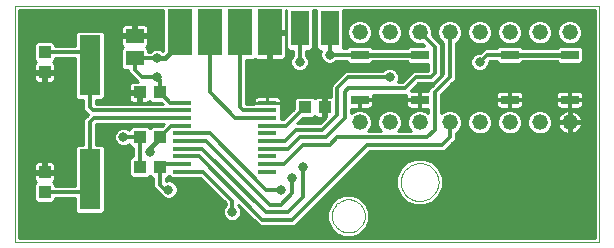
<source format=gtl>
G75*
G70*
%OFA0B0*%
%FSLAX24Y24*%
%IPPOS*%
%LPD*%
%AMOC8*
5,1,8,0,0,1.08239X$1,22.5*
%
%ADD10C,0.0000*%
%ADD11C,0.0520*%
%ADD12R,0.0591X0.0157*%
%ADD13R,0.0700X0.2000*%
%ADD14R,0.0433X0.0394*%
%ADD15R,0.0591X0.0512*%
%ADD16R,0.0394X0.0433*%
%ADD17R,0.0787X0.1575*%
%ADD18R,0.0591X0.1181*%
%ADD19R,0.0600X0.0300*%
%ADD20C,0.0100*%
%ADD21C,0.0317*%
%ADD22C,0.0120*%
%ADD23C,0.0160*%
D10*
X000282Y000282D02*
X000282Y008152D01*
X019774Y008152D01*
X019774Y000282D01*
X000282Y000282D01*
X010856Y001157D02*
X010858Y001204D01*
X010864Y001250D01*
X010874Y001296D01*
X010887Y001341D01*
X010905Y001384D01*
X010926Y001426D01*
X010950Y001466D01*
X010978Y001503D01*
X011009Y001538D01*
X011043Y001571D01*
X011079Y001600D01*
X011118Y001626D01*
X011159Y001649D01*
X011202Y001668D01*
X011246Y001684D01*
X011291Y001696D01*
X011337Y001704D01*
X011384Y001708D01*
X011430Y001708D01*
X011477Y001704D01*
X011523Y001696D01*
X011568Y001684D01*
X011612Y001668D01*
X011655Y001649D01*
X011696Y001626D01*
X011735Y001600D01*
X011771Y001571D01*
X011805Y001538D01*
X011836Y001503D01*
X011864Y001466D01*
X011888Y001426D01*
X011909Y001384D01*
X011927Y001341D01*
X011940Y001296D01*
X011950Y001250D01*
X011956Y001204D01*
X011958Y001157D01*
X011956Y001110D01*
X011950Y001064D01*
X011940Y001018D01*
X011927Y000973D01*
X011909Y000930D01*
X011888Y000888D01*
X011864Y000848D01*
X011836Y000811D01*
X011805Y000776D01*
X011771Y000743D01*
X011735Y000714D01*
X011696Y000688D01*
X011655Y000665D01*
X011612Y000646D01*
X011568Y000630D01*
X011523Y000618D01*
X011477Y000610D01*
X011430Y000606D01*
X011384Y000606D01*
X011337Y000610D01*
X011291Y000618D01*
X011246Y000630D01*
X011202Y000646D01*
X011159Y000665D01*
X011118Y000688D01*
X011079Y000714D01*
X011043Y000743D01*
X011009Y000776D01*
X010978Y000811D01*
X010950Y000848D01*
X010926Y000888D01*
X010905Y000930D01*
X010887Y000973D01*
X010874Y001018D01*
X010864Y001064D01*
X010858Y001110D01*
X010856Y001157D01*
X013152Y002282D02*
X013154Y002332D01*
X013160Y002382D01*
X013170Y002431D01*
X013184Y002479D01*
X013201Y002526D01*
X013222Y002571D01*
X013247Y002615D01*
X013275Y002656D01*
X013307Y002695D01*
X013341Y002732D01*
X013378Y002766D01*
X013418Y002796D01*
X013460Y002823D01*
X013504Y002847D01*
X013550Y002868D01*
X013597Y002884D01*
X013645Y002897D01*
X013695Y002906D01*
X013744Y002911D01*
X013795Y002912D01*
X013845Y002909D01*
X013894Y002902D01*
X013943Y002891D01*
X013991Y002876D01*
X014037Y002858D01*
X014082Y002836D01*
X014125Y002810D01*
X014166Y002781D01*
X014205Y002749D01*
X014241Y002714D01*
X014273Y002676D01*
X014303Y002636D01*
X014330Y002593D01*
X014353Y002549D01*
X014372Y002503D01*
X014388Y002455D01*
X014400Y002406D01*
X014408Y002357D01*
X014412Y002307D01*
X014412Y002257D01*
X014408Y002207D01*
X014400Y002158D01*
X014388Y002109D01*
X014372Y002061D01*
X014353Y002015D01*
X014330Y001971D01*
X014303Y001928D01*
X014273Y001888D01*
X014241Y001850D01*
X014205Y001815D01*
X014166Y001783D01*
X014125Y001754D01*
X014082Y001728D01*
X014037Y001706D01*
X013991Y001688D01*
X013943Y001673D01*
X013894Y001662D01*
X013845Y001655D01*
X013795Y001652D01*
X013744Y001653D01*
X013695Y001658D01*
X013645Y001667D01*
X013597Y001680D01*
X013550Y001696D01*
X013504Y001717D01*
X013460Y001741D01*
X013418Y001768D01*
X013378Y001798D01*
X013341Y001832D01*
X013307Y001869D01*
X013275Y001908D01*
X013247Y001949D01*
X013222Y001993D01*
X013201Y002038D01*
X013184Y002085D01*
X013170Y002133D01*
X013160Y002182D01*
X013154Y002232D01*
X013152Y002282D01*
D11*
X012782Y004282D03*
X011782Y004282D03*
X013782Y004282D03*
X014782Y004282D03*
X015782Y004282D03*
X016782Y004282D03*
X017782Y004282D03*
X018782Y004282D03*
X018782Y007282D03*
X017782Y007282D03*
X016782Y007282D03*
X015782Y007282D03*
X014782Y007282D03*
X013782Y007282D03*
X012782Y007282D03*
X011782Y007282D03*
D12*
X008709Y004934D03*
X008709Y004678D03*
X008709Y004422D03*
X008709Y004166D03*
X008709Y003910D03*
X008709Y003654D03*
X008709Y003398D03*
X008709Y003142D03*
X008709Y002887D03*
X008709Y002631D03*
X005855Y002631D03*
X005855Y002887D03*
X005855Y003142D03*
X005855Y003398D03*
X005855Y003654D03*
X005855Y003910D03*
X005855Y004166D03*
X005855Y004422D03*
X005855Y004678D03*
X005855Y004934D03*
D13*
X002782Y006182D03*
X002782Y002382D03*
D14*
X004448Y005282D03*
X005117Y005282D03*
X009948Y004782D03*
X010617Y004782D03*
D15*
X004282Y006408D03*
X004282Y007156D03*
D16*
X001282Y006617D03*
X001282Y005948D03*
X004448Y003782D03*
X005117Y003782D03*
X005117Y002782D03*
X004448Y002782D03*
X001282Y002617D03*
X001282Y001948D03*
D17*
X005782Y007282D03*
X006782Y007282D03*
X007782Y007282D03*
X008782Y007282D03*
D18*
X009782Y007407D03*
X010782Y007407D03*
D19*
X011782Y006532D03*
X013782Y006532D03*
X016782Y006532D03*
X018782Y006532D03*
X018782Y005032D03*
X016782Y005032D03*
X013782Y005032D03*
X011782Y005032D03*
D20*
X011807Y005012D02*
X013757Y005012D01*
X013757Y005007D02*
X013332Y005007D01*
X013332Y004862D01*
X013342Y004824D01*
X013362Y004790D01*
X013390Y004762D01*
X013424Y004742D01*
X013462Y004732D01*
X013757Y004732D01*
X013757Y005007D01*
X013807Y005007D01*
X013807Y004732D01*
X014072Y004732D01*
X014072Y004572D01*
X014014Y004630D01*
X013864Y004692D01*
X013701Y004692D01*
X013550Y004630D01*
X013435Y004514D01*
X013372Y004364D01*
X013372Y004201D01*
X013435Y004050D01*
X013492Y003992D01*
X013072Y003992D01*
X013130Y004050D01*
X013192Y004201D01*
X013192Y004364D01*
X013130Y004514D01*
X013014Y004630D01*
X012864Y004692D01*
X012701Y004692D01*
X012550Y004630D01*
X012435Y004514D01*
X012372Y004364D01*
X012372Y004201D01*
X012435Y004050D01*
X012492Y003992D01*
X012072Y003992D01*
X012130Y004050D01*
X012192Y004201D01*
X012192Y004364D01*
X012130Y004514D01*
X012014Y004630D01*
X011864Y004692D01*
X011701Y004692D01*
X011550Y004630D01*
X011492Y004572D01*
X011492Y004732D01*
X011757Y004732D01*
X011757Y005007D01*
X011807Y005007D01*
X011807Y004732D01*
X012102Y004732D01*
X012140Y004742D01*
X012174Y004762D01*
X012202Y004790D01*
X012222Y004824D01*
X012232Y004862D01*
X012232Y005007D01*
X011807Y005007D01*
X011807Y005057D01*
X012232Y005057D01*
X012232Y005197D01*
X013195Y005197D01*
X013332Y005197D01*
X013332Y005057D01*
X013757Y005057D01*
X013757Y005007D01*
X013757Y005057D02*
X013757Y005332D01*
X013504Y005332D01*
X013744Y005572D01*
X014070Y005572D01*
X014244Y005572D01*
X014492Y005820D01*
X014492Y005994D01*
X014492Y006695D01*
X014492Y006869D01*
X014183Y007178D01*
X014192Y007201D01*
X014192Y007364D01*
X014130Y007514D01*
X014014Y007630D01*
X013864Y007692D01*
X013701Y007692D01*
X013550Y007630D01*
X013435Y007514D01*
X013372Y007364D01*
X013372Y007201D01*
X013435Y007050D01*
X013550Y006935D01*
X013701Y006872D01*
X013864Y006872D01*
X013886Y006881D01*
X013935Y006832D01*
X013420Y006832D01*
X013350Y006762D01*
X012214Y006762D01*
X012144Y006832D01*
X011420Y006832D01*
X011332Y006744D01*
X011332Y006742D01*
X011215Y006742D01*
X011227Y006754D01*
X011227Y008002D01*
X019624Y008002D01*
X019624Y000432D01*
X000432Y000432D01*
X000432Y008002D01*
X005239Y008002D01*
X005239Y006689D01*
X005213Y006663D01*
X005207Y006669D01*
X005094Y006716D01*
X004971Y006716D01*
X004857Y006669D01*
X004807Y006618D01*
X004727Y006618D01*
X004727Y006726D01*
X004671Y006782D01*
X004697Y006808D01*
X004717Y006842D01*
X004727Y006881D01*
X004727Y007106D01*
X004332Y007106D01*
X004332Y007206D01*
X004727Y007206D01*
X004727Y007432D01*
X004717Y007470D01*
X004697Y007504D01*
X004670Y007532D01*
X004635Y007552D01*
X004597Y007562D01*
X004332Y007562D01*
X004332Y007206D01*
X004232Y007206D01*
X004232Y007106D01*
X003837Y007106D01*
X003837Y006881D01*
X003847Y006842D01*
X003867Y006808D01*
X003893Y006782D01*
X003837Y006726D01*
X003837Y006090D01*
X003925Y006002D01*
X004072Y006002D01*
X004072Y005945D01*
X004195Y005822D01*
X004388Y005629D01*
X004211Y005629D01*
X004173Y005619D01*
X004139Y005599D01*
X004111Y005571D01*
X004091Y005537D01*
X004081Y005499D01*
X004081Y005331D01*
X004399Y005331D01*
X004399Y005234D01*
X004081Y005234D01*
X004081Y005066D01*
X004091Y005027D01*
X004111Y004993D01*
X004139Y004965D01*
X004173Y004946D01*
X004211Y004935D01*
X004399Y004935D01*
X004399Y005234D01*
X004496Y005234D01*
X004496Y004935D01*
X004684Y004935D01*
X004722Y004946D01*
X004756Y004965D01*
X004782Y004991D01*
X004838Y004935D01*
X005167Y004935D01*
X005214Y004888D01*
X002992Y004888D01*
X002992Y005032D01*
X003194Y005032D01*
X003282Y005120D01*
X003282Y007244D01*
X003194Y007332D01*
X002370Y007332D01*
X002282Y007244D01*
X002282Y006827D01*
X001629Y006827D01*
X001629Y006896D01*
X001541Y006983D01*
X002282Y006983D01*
X002282Y006885D02*
X001629Y006885D01*
X001541Y006983D02*
X001023Y006983D01*
X000432Y006983D01*
X000432Y006885D02*
X000935Y006885D01*
X000935Y006896D02*
X000935Y006338D01*
X000991Y006282D01*
X000965Y006256D01*
X000946Y006222D01*
X000935Y006184D01*
X000935Y005996D01*
X001234Y005996D01*
X001234Y005899D01*
X001331Y005899D01*
X001331Y005996D01*
X001629Y005996D01*
X001629Y006184D01*
X001619Y006222D01*
X001599Y006256D01*
X001573Y006282D01*
X001629Y006338D01*
X001629Y006407D01*
X002282Y006407D01*
X002282Y005120D01*
X002370Y005032D01*
X002572Y005032D01*
X002572Y004695D01*
X002695Y004572D01*
X002735Y004532D01*
X002695Y004492D01*
X002572Y004369D01*
X002572Y003532D01*
X002370Y003532D01*
X002282Y003444D01*
X002282Y002158D01*
X001629Y002158D01*
X001629Y002226D01*
X001573Y002282D01*
X001599Y002308D01*
X001619Y002342D01*
X001629Y002381D01*
X001629Y002568D01*
X001331Y002568D01*
X001331Y002665D01*
X001629Y002665D01*
X001629Y002853D01*
X001619Y002891D01*
X001599Y002925D01*
X001571Y002953D01*
X001537Y002973D01*
X001499Y002983D01*
X001331Y002983D01*
X001331Y002666D01*
X001234Y002666D01*
X001234Y002983D01*
X001066Y002983D01*
X001027Y002973D01*
X000993Y002953D01*
X000965Y002925D01*
X000946Y002891D01*
X000935Y002853D01*
X000935Y002665D01*
X001234Y002665D01*
X001234Y002568D01*
X000935Y002568D01*
X000935Y002381D01*
X000946Y002342D01*
X000965Y002308D01*
X000991Y002282D01*
X000935Y002226D01*
X000935Y001669D01*
X001023Y001581D01*
X001541Y001581D01*
X001629Y001669D01*
X001629Y001738D01*
X002282Y001738D01*
X002282Y001320D01*
X002370Y001232D01*
X003194Y001232D01*
X003282Y001320D01*
X003282Y003444D01*
X003194Y003532D01*
X002992Y003532D01*
X002992Y004195D01*
X003009Y004212D01*
X005250Y004212D01*
X005186Y004149D01*
X004858Y004149D01*
X004782Y004073D01*
X004707Y004149D01*
X004189Y004149D01*
X004101Y004061D01*
X004101Y004025D01*
X004082Y004044D01*
X003969Y004091D01*
X003846Y004091D01*
X003732Y004044D01*
X003646Y003957D01*
X003599Y003844D01*
X003599Y003721D01*
X003646Y003607D01*
X003732Y003521D01*
X003846Y003474D01*
X003969Y003474D01*
X004082Y003521D01*
X004101Y003540D01*
X004101Y003504D01*
X004189Y003416D01*
X004238Y003416D01*
X004238Y003149D01*
X004189Y003149D01*
X004101Y003061D01*
X004101Y002504D01*
X004189Y002416D01*
X004707Y002416D01*
X004782Y002491D01*
X004858Y002416D01*
X004907Y002416D01*
X004907Y002285D01*
X004907Y002111D01*
X005136Y001882D01*
X005146Y001857D01*
X005232Y001771D01*
X005346Y001724D01*
X005469Y001724D01*
X005582Y001771D01*
X005669Y001857D01*
X005716Y001971D01*
X005716Y002094D01*
X005669Y002207D01*
X005582Y002294D01*
X005469Y002341D01*
X005346Y002341D01*
X005327Y002333D01*
X005327Y002416D01*
X005376Y002416D01*
X005430Y002470D01*
X005498Y002402D01*
X006212Y002402D01*
X006231Y002421D01*
X006472Y002421D01*
X007322Y001570D01*
X007322Y001508D01*
X007271Y001457D01*
X007224Y001344D01*
X007224Y001221D01*
X007271Y001107D01*
X007357Y001021D01*
X007471Y000974D01*
X007594Y000974D01*
X007707Y001021D01*
X007794Y001107D01*
X007841Y001221D01*
X007841Y001344D01*
X007794Y001457D01*
X007742Y001508D01*
X007742Y001525D01*
X008322Y000945D01*
X008445Y000822D01*
X009445Y000822D01*
X009619Y000822D01*
X012119Y003322D01*
X014445Y003322D01*
X014619Y003322D01*
X014869Y003572D01*
X014992Y003695D01*
X014992Y003925D01*
X015014Y003935D01*
X015130Y004050D01*
X015192Y004201D01*
X015192Y004364D01*
X015130Y004514D01*
X015014Y004630D01*
X014864Y004692D01*
X014701Y004692D01*
X014550Y004630D01*
X014492Y004572D01*
X014492Y005195D01*
X014869Y005572D01*
X014992Y005695D01*
X014992Y006925D01*
X015014Y006935D01*
X015130Y007050D01*
X015192Y007201D01*
X015192Y007364D01*
X015130Y007514D01*
X015014Y007630D01*
X014864Y007692D01*
X014701Y007692D01*
X014550Y007630D01*
X014435Y007514D01*
X014372Y007364D01*
X014372Y007201D01*
X014435Y007050D01*
X014550Y006935D01*
X014572Y006925D01*
X014572Y005869D01*
X014195Y005492D01*
X014072Y005369D01*
X014072Y005332D01*
X013807Y005332D01*
X013807Y005057D01*
X013757Y005057D01*
X013757Y005111D02*
X013807Y005111D01*
X013807Y005209D02*
X013757Y005209D01*
X013757Y005308D02*
X013807Y005308D01*
X013578Y005406D02*
X014109Y005406D01*
X014208Y005505D02*
X013677Y005505D01*
X013280Y005702D02*
X013083Y005702D01*
X013091Y005721D02*
X013091Y005844D01*
X013044Y005957D01*
X012957Y006044D01*
X012844Y006091D01*
X012721Y006091D01*
X012607Y006044D01*
X012556Y005992D01*
X011320Y005992D01*
X011197Y005869D01*
X010822Y005494D01*
X010822Y005320D01*
X010822Y005129D01*
X010665Y005129D01*
X010665Y004831D01*
X010568Y004831D01*
X010568Y005129D01*
X010381Y005129D01*
X010342Y005119D01*
X010308Y005099D01*
X010282Y005073D01*
X010226Y005129D01*
X009669Y005129D01*
X009581Y005041D01*
X009581Y004713D01*
X009244Y004376D01*
X009155Y004376D01*
X009155Y004537D01*
X009155Y004819D01*
X009151Y004822D01*
X009155Y004835D01*
X009155Y004934D01*
X009155Y005032D01*
X009144Y005070D01*
X009125Y005105D01*
X009097Y005133D01*
X009063Y005152D01*
X009024Y005162D01*
X008710Y005162D01*
X008710Y004934D01*
X009155Y004934D01*
X008710Y004934D01*
X008710Y004934D01*
X008709Y004934D01*
X008709Y004934D01*
X008264Y004934D01*
X008264Y005032D01*
X008274Y005070D01*
X008294Y005105D01*
X008322Y005133D01*
X008356Y005152D01*
X008394Y005162D01*
X008709Y005162D01*
X008709Y004934D01*
X008264Y004934D01*
X008264Y004888D01*
X007992Y004888D01*
X007992Y006345D01*
X008238Y006345D01*
X008282Y006389D01*
X008296Y006375D01*
X008331Y006355D01*
X008369Y006345D01*
X008732Y006345D01*
X008732Y007232D01*
X008832Y007232D01*
X008832Y006345D01*
X009196Y006345D01*
X009234Y006355D01*
X009268Y006375D01*
X009296Y006403D01*
X009316Y006437D01*
X009326Y006475D01*
X009326Y007232D01*
X008832Y007232D01*
X008832Y007332D01*
X009326Y007332D01*
X009326Y008002D01*
X009337Y008002D01*
X009337Y006754D01*
X009425Y006667D01*
X009572Y006667D01*
X009572Y006508D01*
X009521Y006457D01*
X009474Y006344D01*
X009474Y006221D01*
X009521Y006107D01*
X009607Y006021D01*
X009721Y005974D01*
X009844Y005974D01*
X009957Y006021D01*
X010044Y006107D01*
X010091Y006221D01*
X010091Y006344D01*
X010044Y006457D01*
X009992Y006508D01*
X009992Y006667D01*
X010140Y006667D01*
X010227Y006754D01*
X010227Y008002D01*
X010337Y008002D01*
X010337Y006754D01*
X010425Y006667D01*
X010504Y006667D01*
X010474Y006594D01*
X010474Y006471D01*
X010521Y006357D01*
X010607Y006271D01*
X010721Y006224D01*
X010844Y006224D01*
X010957Y006271D01*
X011008Y006322D01*
X011332Y006322D01*
X011332Y006320D01*
X011420Y006232D01*
X012144Y006232D01*
X012214Y006302D01*
X013350Y006302D01*
X013420Y006232D01*
X014072Y006232D01*
X014072Y005994D01*
X014070Y005992D01*
X013570Y005992D01*
X013447Y005869D01*
X013195Y005617D01*
X013048Y005617D01*
X013091Y005721D01*
X013091Y005801D02*
X013379Y005801D01*
X013477Y005899D02*
X013068Y005899D01*
X013003Y005998D02*
X014072Y005998D01*
X014072Y006096D02*
X010032Y006096D01*
X010080Y006195D02*
X014072Y006195D01*
X014492Y006195D02*
X014572Y006195D01*
X014572Y006293D02*
X014492Y006293D01*
X014492Y006392D02*
X014572Y006392D01*
X014572Y006490D02*
X014492Y006490D01*
X014492Y006589D02*
X014572Y006589D01*
X014572Y006688D02*
X014492Y006688D01*
X014492Y006786D02*
X014572Y006786D01*
X014572Y006885D02*
X014477Y006885D01*
X014501Y006983D02*
X014378Y006983D01*
X014421Y007082D02*
X014280Y007082D01*
X014184Y007180D02*
X014381Y007180D01*
X014372Y007279D02*
X014192Y007279D01*
X014187Y007377D02*
X014378Y007377D01*
X014419Y007476D02*
X014146Y007476D01*
X014070Y007574D02*
X014495Y007574D01*
X014654Y007673D02*
X013910Y007673D01*
X013654Y007673D02*
X012910Y007673D01*
X012864Y007692D02*
X013014Y007630D01*
X013130Y007514D01*
X013192Y007364D01*
X013192Y007201D01*
X013130Y007050D01*
X013014Y006935D01*
X012864Y006872D01*
X012701Y006872D01*
X012550Y006935D01*
X012435Y007050D01*
X012372Y007201D01*
X012372Y007364D01*
X012435Y007514D01*
X012550Y007630D01*
X012701Y007692D01*
X012864Y007692D01*
X012654Y007673D02*
X011910Y007673D01*
X011864Y007692D02*
X012014Y007630D01*
X012130Y007514D01*
X012192Y007364D01*
X012192Y007201D01*
X012130Y007050D01*
X012014Y006935D01*
X011864Y006872D01*
X011701Y006872D01*
X011550Y006935D01*
X011435Y007050D01*
X011372Y007201D01*
X011372Y007364D01*
X011435Y007514D01*
X011550Y007630D01*
X011701Y007692D01*
X011864Y007692D01*
X011654Y007673D02*
X011227Y007673D01*
X011227Y007574D02*
X011495Y007574D01*
X011419Y007476D02*
X011227Y007476D01*
X011227Y007377D02*
X011378Y007377D01*
X011372Y007279D02*
X011227Y007279D01*
X011227Y007180D02*
X011381Y007180D01*
X011421Y007082D02*
X011227Y007082D01*
X011227Y006983D02*
X011501Y006983D01*
X011671Y006885D02*
X011227Y006885D01*
X011227Y006786D02*
X011374Y006786D01*
X011894Y006885D02*
X012671Y006885D01*
X012501Y006983D02*
X012063Y006983D01*
X012143Y007082D02*
X012421Y007082D01*
X012381Y007180D02*
X012184Y007180D01*
X012192Y007279D02*
X012372Y007279D01*
X012378Y007377D02*
X012187Y007377D01*
X012146Y007476D02*
X012419Y007476D01*
X012495Y007574D02*
X012070Y007574D01*
X011227Y007771D02*
X019624Y007771D01*
X019624Y007870D02*
X011227Y007870D01*
X011227Y007969D02*
X019624Y007969D01*
X019014Y007630D02*
X018864Y007692D01*
X018701Y007692D01*
X018550Y007630D01*
X018435Y007514D01*
X018372Y007364D01*
X018372Y007201D01*
X018435Y007050D01*
X018550Y006935D01*
X018701Y006872D01*
X018864Y006872D01*
X019014Y006935D01*
X019130Y007050D01*
X019192Y007201D01*
X019192Y007364D01*
X019130Y007514D01*
X019014Y007630D01*
X019070Y007574D02*
X019624Y007574D01*
X019624Y007476D02*
X019146Y007476D01*
X019187Y007377D02*
X019624Y007377D01*
X019624Y007279D02*
X019192Y007279D01*
X019184Y007180D02*
X019624Y007180D01*
X019624Y007082D02*
X019143Y007082D01*
X019063Y006983D02*
X019624Y006983D01*
X019624Y006885D02*
X018894Y006885D01*
X018671Y006885D02*
X017894Y006885D01*
X017864Y006872D02*
X018014Y006935D01*
X018130Y007050D01*
X018192Y007201D01*
X018192Y007364D01*
X018130Y007514D01*
X018014Y007630D01*
X017864Y007692D01*
X017701Y007692D01*
X017550Y007630D01*
X017435Y007514D01*
X017372Y007364D01*
X017372Y007201D01*
X017435Y007050D01*
X017550Y006935D01*
X017701Y006872D01*
X017864Y006872D01*
X017671Y006885D02*
X016894Y006885D01*
X016864Y006872D02*
X017014Y006935D01*
X017130Y007050D01*
X017192Y007201D01*
X017192Y007364D01*
X017130Y007514D01*
X017014Y007630D01*
X016864Y007692D01*
X016701Y007692D01*
X016550Y007630D01*
X016435Y007514D01*
X016372Y007364D01*
X016372Y007201D01*
X016435Y007050D01*
X016550Y006935D01*
X016701Y006872D01*
X016864Y006872D01*
X016671Y006885D02*
X015894Y006885D01*
X015864Y006872D02*
X016014Y006935D01*
X016130Y007050D01*
X016192Y007201D01*
X016192Y007364D01*
X016130Y007514D01*
X016014Y007630D01*
X015864Y007692D01*
X015701Y007692D01*
X015550Y007630D01*
X015435Y007514D01*
X015372Y007364D01*
X015372Y007201D01*
X015435Y007050D01*
X015550Y006935D01*
X015701Y006872D01*
X015864Y006872D01*
X015671Y006885D02*
X014992Y006885D01*
X014992Y006786D02*
X016374Y006786D01*
X016332Y006744D02*
X016332Y006742D01*
X016119Y006742D01*
X015945Y006742D01*
X015794Y006591D01*
X015721Y006591D01*
X015607Y006544D01*
X015521Y006457D01*
X015474Y006344D01*
X015474Y006221D01*
X015521Y006107D01*
X015607Y006021D01*
X015721Y005974D01*
X015844Y005974D01*
X015957Y006021D01*
X016044Y006107D01*
X016091Y006221D01*
X016091Y006294D01*
X016119Y006322D01*
X016332Y006322D01*
X016332Y006320D01*
X016420Y006232D01*
X017144Y006232D01*
X017214Y006302D01*
X018350Y006302D01*
X018420Y006232D01*
X019144Y006232D01*
X019232Y006320D01*
X019232Y006744D01*
X019144Y006832D01*
X018420Y006832D01*
X018350Y006762D01*
X017214Y006762D01*
X017144Y006832D01*
X016420Y006832D01*
X016332Y006744D01*
X015891Y006688D02*
X014992Y006688D01*
X014992Y006589D02*
X015717Y006589D01*
X015554Y006490D02*
X014992Y006490D01*
X014992Y006392D02*
X015494Y006392D01*
X015474Y006293D02*
X014992Y006293D01*
X014992Y006195D02*
X015485Y006195D01*
X015532Y006096D02*
X014992Y006096D01*
X014992Y005998D02*
X015663Y005998D01*
X015901Y005998D02*
X019624Y005998D01*
X019624Y006096D02*
X016032Y006096D01*
X016080Y006195D02*
X019624Y006195D01*
X019624Y006293D02*
X019205Y006293D01*
X019232Y006392D02*
X019624Y006392D01*
X019624Y006490D02*
X019232Y006490D01*
X019232Y006589D02*
X019624Y006589D01*
X019624Y006688D02*
X019232Y006688D01*
X019190Y006786D02*
X019624Y006786D01*
X018501Y006983D02*
X018063Y006983D01*
X018143Y007082D02*
X018421Y007082D01*
X018381Y007180D02*
X018184Y007180D01*
X018192Y007279D02*
X018372Y007279D01*
X018378Y007377D02*
X018187Y007377D01*
X018146Y007476D02*
X018419Y007476D01*
X018495Y007574D02*
X018070Y007574D01*
X017910Y007673D02*
X018654Y007673D01*
X018910Y007673D02*
X019624Y007673D01*
X018374Y006786D02*
X017190Y006786D01*
X017063Y006983D02*
X017501Y006983D01*
X017421Y007082D02*
X017143Y007082D01*
X017184Y007180D02*
X017381Y007180D01*
X017372Y007279D02*
X017192Y007279D01*
X017187Y007377D02*
X017378Y007377D01*
X017419Y007476D02*
X017146Y007476D01*
X017070Y007574D02*
X017495Y007574D01*
X017654Y007673D02*
X016910Y007673D01*
X016654Y007673D02*
X015910Y007673D01*
X016070Y007574D02*
X016495Y007574D01*
X016419Y007476D02*
X016146Y007476D01*
X016187Y007377D02*
X016378Y007377D01*
X016372Y007279D02*
X016192Y007279D01*
X016184Y007180D02*
X016381Y007180D01*
X016421Y007082D02*
X016143Y007082D01*
X016063Y006983D02*
X016501Y006983D01*
X015501Y006983D02*
X015063Y006983D01*
X015143Y007082D02*
X015421Y007082D01*
X015381Y007180D02*
X015184Y007180D01*
X015192Y007279D02*
X015372Y007279D01*
X015378Y007377D02*
X015187Y007377D01*
X015146Y007476D02*
X015419Y007476D01*
X015495Y007574D02*
X015070Y007574D01*
X014910Y007673D02*
X015654Y007673D01*
X013671Y006885D02*
X012894Y006885D01*
X013063Y006983D02*
X013501Y006983D01*
X013421Y007082D02*
X013143Y007082D01*
X013184Y007180D02*
X013381Y007180D01*
X013372Y007279D02*
X013192Y007279D01*
X013187Y007377D02*
X013378Y007377D01*
X013419Y007476D02*
X013146Y007476D01*
X013070Y007574D02*
X013495Y007574D01*
X013374Y006786D02*
X012190Y006786D01*
X012205Y006293D02*
X013359Y006293D01*
X012562Y005998D02*
X009901Y005998D01*
X009663Y005998D02*
X007992Y005998D01*
X007992Y006096D02*
X009532Y006096D01*
X009485Y006195D02*
X007992Y006195D01*
X007992Y006293D02*
X009474Y006293D01*
X009494Y006392D02*
X009285Y006392D01*
X009326Y006490D02*
X009554Y006490D01*
X009572Y006589D02*
X009326Y006589D01*
X009326Y006688D02*
X009404Y006688D01*
X009337Y006786D02*
X009326Y006786D01*
X009326Y006885D02*
X009337Y006885D01*
X009326Y006983D02*
X009337Y006983D01*
X009326Y007082D02*
X009337Y007082D01*
X009326Y007180D02*
X009337Y007180D01*
X009337Y007279D02*
X008832Y007279D01*
X008832Y007180D02*
X008732Y007180D01*
X008732Y007082D02*
X008832Y007082D01*
X008832Y006983D02*
X008732Y006983D01*
X008732Y006885D02*
X008832Y006885D01*
X008832Y006786D02*
X008732Y006786D01*
X008732Y006688D02*
X008832Y006688D01*
X008832Y006589D02*
X008732Y006589D01*
X008732Y006490D02*
X008832Y006490D01*
X008832Y006392D02*
X008732Y006392D01*
X007992Y005899D02*
X011227Y005899D01*
X011129Y005801D02*
X007992Y005801D01*
X007992Y005702D02*
X011030Y005702D01*
X010932Y005604D02*
X007992Y005604D01*
X007992Y005505D02*
X010833Y005505D01*
X010822Y005406D02*
X007992Y005406D01*
X007992Y005308D02*
X010822Y005308D01*
X010822Y005209D02*
X007992Y005209D01*
X007992Y005111D02*
X008300Y005111D01*
X008264Y005012D02*
X007992Y005012D01*
X007992Y004914D02*
X008264Y004914D01*
X008709Y005012D02*
X008710Y005012D01*
X008709Y005111D02*
X008710Y005111D01*
X009118Y005111D02*
X009651Y005111D01*
X009581Y005012D02*
X009155Y005012D01*
X009155Y004914D02*
X009581Y004914D01*
X009581Y004815D02*
X009155Y004815D01*
X009155Y004717D02*
X009581Y004717D01*
X009486Y004618D02*
X009155Y004618D01*
X009155Y004520D02*
X009388Y004520D01*
X009289Y004421D02*
X009155Y004421D01*
X009704Y004242D02*
X009898Y004435D01*
X010226Y004435D01*
X010282Y004491D01*
X010308Y004465D01*
X010342Y004446D01*
X010381Y004435D01*
X010568Y004435D01*
X010568Y004734D01*
X010665Y004734D01*
X010665Y004462D01*
X010445Y004242D01*
X009704Y004242D01*
X009785Y004322D02*
X010526Y004322D01*
X010624Y004421D02*
X009883Y004421D01*
X010568Y004520D02*
X010665Y004520D01*
X010665Y004618D02*
X010568Y004618D01*
X010568Y004717D02*
X010665Y004717D01*
X010665Y004914D02*
X010568Y004914D01*
X010568Y005012D02*
X010665Y005012D01*
X010665Y005111D02*
X010568Y005111D01*
X010329Y005111D02*
X010244Y005111D01*
X011492Y004717D02*
X014072Y004717D01*
X014072Y004618D02*
X014026Y004618D01*
X013538Y004618D02*
X013026Y004618D01*
X013125Y004520D02*
X013440Y004520D01*
X013396Y004421D02*
X013168Y004421D01*
X013192Y004322D02*
X013372Y004322D01*
X013372Y004224D02*
X013192Y004224D01*
X013161Y004125D02*
X013403Y004125D01*
X013458Y004027D02*
X013107Y004027D01*
X012458Y004027D02*
X012107Y004027D01*
X012161Y004125D02*
X012403Y004125D01*
X012372Y004224D02*
X012192Y004224D01*
X012192Y004322D02*
X012372Y004322D01*
X012396Y004421D02*
X012168Y004421D01*
X012125Y004520D02*
X012440Y004520D01*
X012538Y004618D02*
X012026Y004618D01*
X011538Y004618D02*
X011492Y004618D01*
X011757Y004815D02*
X011807Y004815D01*
X011807Y004914D02*
X011757Y004914D01*
X012217Y004815D02*
X013348Y004815D01*
X013332Y004914D02*
X012232Y004914D01*
X012232Y005111D02*
X013332Y005111D01*
X013757Y004914D02*
X013807Y004914D01*
X013807Y004815D02*
X013757Y004815D01*
X014492Y004815D02*
X016348Y004815D01*
X016342Y004824D02*
X016362Y004790D01*
X016390Y004762D01*
X016424Y004742D01*
X016462Y004732D01*
X016757Y004732D01*
X016757Y005007D01*
X016807Y005007D01*
X016807Y004732D01*
X017102Y004732D01*
X017140Y004742D01*
X017174Y004762D01*
X017202Y004790D01*
X017222Y004824D01*
X017232Y004862D01*
X017232Y005007D01*
X016807Y005007D01*
X016807Y005057D01*
X016757Y005057D01*
X016757Y005007D01*
X016332Y005007D01*
X016332Y004862D01*
X016342Y004824D01*
X016332Y004914D02*
X014492Y004914D01*
X014492Y005012D02*
X016757Y005012D01*
X016757Y005057D02*
X016332Y005057D01*
X016332Y005202D01*
X016342Y005240D01*
X016362Y005274D01*
X016390Y005302D01*
X016424Y005322D01*
X016462Y005332D01*
X016757Y005332D01*
X016757Y005057D01*
X016807Y005057D02*
X016807Y005332D01*
X017102Y005332D01*
X017140Y005322D01*
X017174Y005302D01*
X017202Y005274D01*
X017222Y005240D01*
X017232Y005202D01*
X017232Y005057D01*
X016807Y005057D01*
X016807Y005012D02*
X018757Y005012D01*
X018757Y005007D02*
X018332Y005007D01*
X018332Y004862D01*
X018342Y004824D01*
X018362Y004790D01*
X018390Y004762D01*
X018424Y004742D01*
X018462Y004732D01*
X018757Y004732D01*
X018757Y005007D01*
X018807Y005007D01*
X018807Y004732D01*
X019102Y004732D01*
X019140Y004742D01*
X019174Y004762D01*
X019202Y004790D01*
X019222Y004824D01*
X019232Y004862D01*
X019232Y005007D01*
X018807Y005007D01*
X018807Y005057D01*
X018757Y005057D01*
X018757Y005007D01*
X018757Y005057D02*
X018332Y005057D01*
X018332Y005202D01*
X018342Y005240D01*
X018362Y005274D01*
X018390Y005302D01*
X018424Y005322D01*
X018462Y005332D01*
X018757Y005332D01*
X018757Y005057D01*
X018807Y005057D02*
X018807Y005332D01*
X019102Y005332D01*
X019140Y005322D01*
X019174Y005302D01*
X019202Y005274D01*
X019222Y005240D01*
X019232Y005202D01*
X019232Y005057D01*
X018807Y005057D01*
X018807Y005012D02*
X019624Y005012D01*
X019624Y004914D02*
X019232Y004914D01*
X019217Y004815D02*
X019624Y004815D01*
X019624Y004717D02*
X014492Y004717D01*
X014492Y004618D02*
X014538Y004618D01*
X015026Y004618D02*
X015538Y004618D01*
X015550Y004630D02*
X015435Y004514D01*
X015372Y004364D01*
X015372Y004201D01*
X015435Y004050D01*
X015550Y003935D01*
X015701Y003872D01*
X015864Y003872D01*
X016014Y003935D01*
X016130Y004050D01*
X016192Y004201D01*
X016192Y004364D01*
X016130Y004514D01*
X016014Y004630D01*
X015864Y004692D01*
X015701Y004692D01*
X015550Y004630D01*
X015440Y004520D02*
X015125Y004520D01*
X015168Y004421D02*
X015396Y004421D01*
X015372Y004322D02*
X015192Y004322D01*
X015192Y004224D02*
X015372Y004224D01*
X015403Y004125D02*
X015161Y004125D01*
X015107Y004027D02*
X015458Y004027D01*
X015565Y003928D02*
X014999Y003928D01*
X014992Y003830D02*
X019624Y003830D01*
X019624Y003928D02*
X018991Y003928D01*
X018997Y003932D02*
X019049Y003969D01*
X019095Y004015D01*
X019133Y004067D01*
X019162Y004125D01*
X019182Y004186D01*
X019192Y004250D01*
X019192Y004252D01*
X018812Y004252D01*
X018812Y003872D01*
X018814Y003872D01*
X018878Y003882D01*
X018940Y003902D01*
X018997Y003932D01*
X019103Y004027D02*
X019624Y004027D01*
X019624Y004125D02*
X019162Y004125D01*
X019188Y004224D02*
X019624Y004224D01*
X019624Y004322D02*
X019191Y004322D01*
X019192Y004314D02*
X019182Y004378D01*
X019162Y004440D01*
X019133Y004497D01*
X019095Y004549D01*
X019049Y004595D01*
X018997Y004633D01*
X018940Y004662D01*
X018878Y004682D01*
X018814Y004692D01*
X018812Y004692D01*
X018812Y004312D01*
X018752Y004312D01*
X018752Y004252D01*
X018372Y004252D01*
X018372Y004250D01*
X018382Y004186D01*
X018402Y004125D01*
X018432Y004067D01*
X018469Y004015D01*
X018515Y003969D01*
X018567Y003932D01*
X018625Y003902D01*
X018686Y003882D01*
X018750Y003872D01*
X018752Y003872D01*
X018752Y004252D01*
X018812Y004252D01*
X018812Y004312D01*
X019192Y004312D01*
X019192Y004314D01*
X019168Y004421D02*
X019624Y004421D01*
X019624Y004520D02*
X019117Y004520D01*
X019017Y004618D02*
X019624Y004618D01*
X018812Y004618D02*
X018752Y004618D01*
X018750Y004692D02*
X018686Y004682D01*
X018625Y004662D01*
X018567Y004633D01*
X018515Y004595D01*
X018469Y004549D01*
X018432Y004497D01*
X018402Y004440D01*
X018382Y004378D01*
X018372Y004314D01*
X018372Y004312D01*
X018752Y004312D01*
X018752Y004692D01*
X018750Y004692D01*
X018547Y004618D02*
X018026Y004618D01*
X018014Y004630D02*
X017864Y004692D01*
X017701Y004692D01*
X017550Y004630D01*
X017435Y004514D01*
X017372Y004364D01*
X017372Y004201D01*
X017435Y004050D01*
X017550Y003935D01*
X017701Y003872D01*
X017864Y003872D01*
X018014Y003935D01*
X018130Y004050D01*
X018192Y004201D01*
X018192Y004364D01*
X018130Y004514D01*
X018014Y004630D01*
X018125Y004520D02*
X018448Y004520D01*
X018396Y004421D02*
X018168Y004421D01*
X018192Y004322D02*
X018374Y004322D01*
X018376Y004224D02*
X018192Y004224D01*
X018161Y004125D02*
X018402Y004125D01*
X018461Y004027D02*
X018107Y004027D01*
X017999Y003928D02*
X018574Y003928D01*
X018752Y003928D02*
X018812Y003928D01*
X018812Y004027D02*
X018752Y004027D01*
X018752Y004125D02*
X018812Y004125D01*
X018812Y004224D02*
X018752Y004224D01*
X018752Y004322D02*
X018812Y004322D01*
X018812Y004421D02*
X018752Y004421D01*
X018752Y004520D02*
X018812Y004520D01*
X018807Y004815D02*
X018757Y004815D01*
X018757Y004914D02*
X018807Y004914D01*
X018807Y005111D02*
X018757Y005111D01*
X018757Y005209D02*
X018807Y005209D01*
X018807Y005308D02*
X018757Y005308D01*
X018400Y005308D02*
X017164Y005308D01*
X017230Y005209D02*
X018334Y005209D01*
X018332Y005111D02*
X017232Y005111D01*
X017232Y004914D02*
X018332Y004914D01*
X018348Y004815D02*
X017217Y004815D01*
X017014Y004630D02*
X016864Y004692D01*
X016701Y004692D01*
X016550Y004630D01*
X016435Y004514D01*
X016372Y004364D01*
X016372Y004201D01*
X016435Y004050D01*
X016550Y003935D01*
X016701Y003872D01*
X016864Y003872D01*
X017014Y003935D01*
X017130Y004050D01*
X017192Y004201D01*
X017192Y004364D01*
X017130Y004514D01*
X017014Y004630D01*
X017026Y004618D02*
X017538Y004618D01*
X017440Y004520D02*
X017125Y004520D01*
X017168Y004421D02*
X017396Y004421D01*
X017372Y004322D02*
X017192Y004322D01*
X017192Y004224D02*
X017372Y004224D01*
X017403Y004125D02*
X017161Y004125D01*
X017107Y004027D02*
X017458Y004027D01*
X017565Y003928D02*
X016999Y003928D01*
X016565Y003928D02*
X015999Y003928D01*
X016107Y004027D02*
X016458Y004027D01*
X016403Y004125D02*
X016161Y004125D01*
X016192Y004224D02*
X016372Y004224D01*
X016372Y004322D02*
X016192Y004322D01*
X016168Y004421D02*
X016396Y004421D01*
X016440Y004520D02*
X016125Y004520D01*
X016026Y004618D02*
X016538Y004618D01*
X016757Y004815D02*
X016807Y004815D01*
X016807Y004914D02*
X016757Y004914D01*
X016757Y005111D02*
X016807Y005111D01*
X016807Y005209D02*
X016757Y005209D01*
X016757Y005308D02*
X016807Y005308D01*
X016400Y005308D02*
X014605Y005308D01*
X014506Y005209D02*
X016334Y005209D01*
X016332Y005111D02*
X014492Y005111D01*
X014703Y005406D02*
X019624Y005406D01*
X019624Y005505D02*
X014802Y005505D01*
X014901Y005604D02*
X019624Y005604D01*
X019624Y005702D02*
X014992Y005702D01*
X014992Y005801D02*
X019624Y005801D01*
X019624Y005899D02*
X014992Y005899D01*
X014572Y005899D02*
X014492Y005899D01*
X014504Y005801D02*
X014473Y005801D01*
X014405Y005702D02*
X014374Y005702D01*
X014307Y005604D02*
X014276Y005604D01*
X014492Y005998D02*
X014572Y005998D01*
X014572Y006096D02*
X014492Y006096D01*
X016091Y006293D02*
X016359Y006293D01*
X017205Y006293D02*
X018359Y006293D01*
X019164Y005308D02*
X019624Y005308D01*
X019624Y005209D02*
X019230Y005209D01*
X019232Y005111D02*
X019624Y005111D01*
X019624Y003731D02*
X014992Y003731D01*
X014930Y003633D02*
X019624Y003633D01*
X019624Y003534D02*
X014831Y003534D01*
X014733Y003436D02*
X019624Y003436D01*
X019624Y003337D02*
X014634Y003337D01*
X014224Y002943D02*
X013937Y003062D01*
X013627Y003062D01*
X013340Y002943D01*
X011740Y002943D01*
X011641Y002844D02*
X013241Y002844D01*
X013143Y002746D02*
X011543Y002746D01*
X011444Y002647D02*
X013089Y002647D01*
X013121Y002724D02*
X013002Y002437D01*
X013002Y002127D01*
X013121Y001840D01*
X013340Y001621D01*
X013627Y001502D01*
X013937Y001502D01*
X014224Y001621D01*
X014443Y001840D01*
X014562Y002127D01*
X014562Y002437D01*
X014443Y002724D01*
X014224Y002943D01*
X019624Y002943D01*
X019624Y002844D02*
X014323Y002844D01*
X014422Y002746D02*
X019624Y002746D01*
X019624Y002647D02*
X014475Y002647D01*
X014516Y002549D02*
X019624Y002549D01*
X019624Y002450D02*
X014557Y002450D01*
X014562Y002352D02*
X019624Y002352D01*
X019624Y002253D02*
X014562Y002253D01*
X014562Y002155D02*
X019624Y002155D01*
X019624Y002056D02*
X014533Y002056D01*
X014492Y001957D02*
X019624Y001957D01*
X019624Y001859D02*
X014451Y001859D01*
X014363Y001760D02*
X019624Y001760D01*
X019624Y001662D02*
X014265Y001662D01*
X014085Y001563D02*
X019624Y001563D01*
X019624Y001465D02*
X012039Y001465D01*
X012002Y001554D02*
X011804Y001752D01*
X011547Y001858D01*
X011268Y001858D01*
X011010Y001752D01*
X010813Y001554D01*
X010706Y001297D01*
X010706Y001018D01*
X010813Y000760D01*
X011010Y000563D01*
X011268Y000456D01*
X011547Y000456D01*
X011804Y000563D01*
X012002Y000760D01*
X012108Y001018D01*
X012108Y001297D01*
X012002Y001554D01*
X011993Y001563D02*
X013480Y001563D01*
X013300Y001662D02*
X011894Y001662D01*
X011783Y001760D02*
X013201Y001760D01*
X013113Y001859D02*
X010656Y001859D01*
X010754Y001957D02*
X013073Y001957D01*
X013032Y002056D02*
X010853Y002056D01*
X010951Y002155D02*
X013002Y002155D01*
X013002Y002253D02*
X011050Y002253D01*
X011149Y002352D02*
X013002Y002352D01*
X013008Y002450D02*
X011247Y002450D01*
X011346Y002549D02*
X013048Y002549D01*
X013121Y002724D02*
X013340Y002943D01*
X013577Y003041D02*
X011838Y003041D01*
X011937Y003140D02*
X019624Y003140D01*
X019624Y003239D02*
X012035Y003239D01*
X013987Y003041D02*
X019624Y003041D01*
X019624Y001366D02*
X012080Y001366D01*
X012108Y001268D02*
X019624Y001268D01*
X019624Y001169D02*
X012108Y001169D01*
X012108Y001071D02*
X019624Y001071D01*
X019624Y000972D02*
X012089Y000972D01*
X012049Y000873D02*
X019624Y000873D01*
X019624Y000775D02*
X012008Y000775D01*
X011918Y000676D02*
X019624Y000676D01*
X019624Y000578D02*
X011819Y000578D01*
X011603Y000479D02*
X019624Y000479D01*
X011211Y000479D02*
X000432Y000479D01*
X000432Y000578D02*
X010995Y000578D01*
X010896Y000676D02*
X000432Y000676D01*
X000432Y000775D02*
X010807Y000775D01*
X010766Y000873D02*
X009670Y000873D01*
X009769Y000972D02*
X010725Y000972D01*
X010706Y001071D02*
X009868Y001071D01*
X009966Y001169D02*
X010706Y001169D01*
X010706Y001268D02*
X010065Y001268D01*
X010163Y001366D02*
X010735Y001366D01*
X010776Y001465D02*
X010262Y001465D01*
X010360Y001563D02*
X010822Y001563D01*
X010920Y001662D02*
X010459Y001662D01*
X010557Y001760D02*
X011031Y001760D01*
X008394Y000873D02*
X000432Y000873D01*
X000432Y000972D02*
X008295Y000972D01*
X008197Y001071D02*
X007757Y001071D01*
X007819Y001169D02*
X008098Y001169D01*
X008000Y001268D02*
X007841Y001268D01*
X007831Y001366D02*
X007901Y001366D01*
X007803Y001465D02*
X007786Y001465D01*
X007322Y001563D02*
X003282Y001563D01*
X003282Y001465D02*
X007279Y001465D01*
X007233Y001366D02*
X003282Y001366D01*
X003230Y001268D02*
X007224Y001268D01*
X007245Y001169D02*
X000432Y001169D01*
X000432Y001071D02*
X007308Y001071D01*
X007231Y001662D02*
X003282Y001662D01*
X003282Y001760D02*
X005258Y001760D01*
X005557Y001760D02*
X007132Y001760D01*
X007034Y001859D02*
X005669Y001859D01*
X005710Y001957D02*
X006935Y001957D01*
X006836Y002056D02*
X005716Y002056D01*
X005690Y002155D02*
X006738Y002155D01*
X006639Y002253D02*
X005622Y002253D01*
X005327Y002352D02*
X006541Y002352D01*
X005449Y002450D02*
X005410Y002450D01*
X004907Y002352D02*
X003282Y002352D01*
X003282Y002253D02*
X004907Y002253D01*
X004907Y002155D02*
X003282Y002155D01*
X003282Y002056D02*
X004961Y002056D01*
X005060Y001957D02*
X003282Y001957D01*
X003282Y001859D02*
X005145Y001859D01*
X004823Y002450D02*
X004741Y002450D01*
X004154Y002450D02*
X003282Y002450D01*
X003282Y002549D02*
X004101Y002549D01*
X004101Y002647D02*
X003282Y002647D01*
X003282Y002746D02*
X004101Y002746D01*
X004101Y002844D02*
X003282Y002844D01*
X003282Y002943D02*
X004101Y002943D01*
X004101Y003041D02*
X003282Y003041D01*
X003282Y003140D02*
X004180Y003140D01*
X004238Y003239D02*
X003282Y003239D01*
X003282Y003337D02*
X004238Y003337D01*
X004169Y003436D02*
X003282Y003436D01*
X002992Y003534D02*
X003719Y003534D01*
X003635Y003633D02*
X002992Y003633D01*
X002992Y003731D02*
X003599Y003731D01*
X003599Y003830D02*
X002992Y003830D01*
X002992Y003928D02*
X003634Y003928D01*
X003716Y004027D02*
X002992Y004027D01*
X002992Y004125D02*
X004165Y004125D01*
X004101Y004027D02*
X004099Y004027D01*
X004730Y004125D02*
X004835Y004125D01*
X004101Y003534D02*
X004095Y003534D01*
X002572Y003534D02*
X000432Y003534D01*
X000432Y003436D02*
X002282Y003436D01*
X002282Y003337D02*
X000432Y003337D01*
X000432Y003239D02*
X002282Y003239D01*
X002282Y003140D02*
X000432Y003140D01*
X000432Y003041D02*
X002282Y003041D01*
X002282Y002943D02*
X001582Y002943D01*
X001629Y002844D02*
X002282Y002844D01*
X002282Y002746D02*
X001629Y002746D01*
X001629Y002549D02*
X002282Y002549D01*
X002282Y002647D02*
X001331Y002647D01*
X001234Y002647D02*
X000432Y002647D01*
X000432Y002549D02*
X000935Y002549D01*
X000935Y002450D02*
X000432Y002450D01*
X000432Y002352D02*
X000943Y002352D01*
X000962Y002253D02*
X000432Y002253D01*
X000432Y002155D02*
X000935Y002155D01*
X000935Y002056D02*
X000432Y002056D01*
X000432Y001957D02*
X000935Y001957D01*
X000935Y001859D02*
X000432Y001859D01*
X000432Y001760D02*
X000935Y001760D01*
X000942Y001662D02*
X000432Y001662D01*
X000432Y001563D02*
X002282Y001563D01*
X002282Y001465D02*
X000432Y001465D01*
X000432Y001366D02*
X002282Y001366D01*
X002335Y001268D02*
X000432Y001268D01*
X001622Y001662D02*
X002282Y001662D01*
X002282Y002253D02*
X001602Y002253D01*
X001621Y002352D02*
X002282Y002352D01*
X002282Y002450D02*
X001629Y002450D01*
X001331Y002746D02*
X001234Y002746D01*
X001234Y002844D02*
X001331Y002844D01*
X001331Y002943D02*
X001234Y002943D01*
X000983Y002943D02*
X000432Y002943D01*
X000432Y002844D02*
X000935Y002844D01*
X000935Y002746D02*
X000432Y002746D01*
X000432Y003633D02*
X002572Y003633D01*
X002572Y003731D02*
X000432Y003731D01*
X000432Y003830D02*
X002572Y003830D01*
X002572Y003928D02*
X000432Y003928D01*
X000432Y004027D02*
X002572Y004027D01*
X002572Y004125D02*
X000432Y004125D01*
X000432Y004224D02*
X002572Y004224D01*
X002572Y004322D02*
X000432Y004322D01*
X000432Y004421D02*
X002624Y004421D01*
X002695Y004492D02*
X002695Y004492D01*
X002723Y004520D02*
X000432Y004520D01*
X000432Y004618D02*
X002649Y004618D01*
X002572Y004717D02*
X000432Y004717D01*
X000432Y004815D02*
X002572Y004815D01*
X002572Y004914D02*
X000432Y004914D01*
X000432Y005012D02*
X002572Y005012D01*
X002291Y005111D02*
X000432Y005111D01*
X000432Y005209D02*
X002282Y005209D01*
X002282Y005308D02*
X000432Y005308D01*
X000432Y005406D02*
X002282Y005406D01*
X002282Y005505D02*
X000432Y005505D01*
X000432Y005604D02*
X001006Y005604D01*
X000993Y005611D02*
X001027Y005591D01*
X001066Y005581D01*
X001234Y005581D01*
X001234Y005899D01*
X000432Y005899D01*
X000432Y005801D02*
X000935Y005801D01*
X000935Y005711D02*
X000946Y005673D01*
X000965Y005639D01*
X000993Y005611D01*
X000938Y005702D02*
X000432Y005702D01*
X000935Y005711D02*
X000935Y005899D01*
X001234Y005899D01*
X001331Y005899D02*
X001331Y005581D01*
X001499Y005581D01*
X001537Y005591D01*
X001571Y005611D01*
X001599Y005639D01*
X001619Y005673D01*
X001629Y005711D01*
X001629Y005899D01*
X001331Y005899D01*
X002282Y005899D01*
X002282Y005801D02*
X001629Y005801D01*
X001627Y005702D02*
X002282Y005702D01*
X002282Y005604D02*
X001558Y005604D01*
X001331Y005604D02*
X001234Y005604D01*
X001234Y005702D02*
X001331Y005702D01*
X001331Y005801D02*
X001234Y005801D01*
X000935Y005998D02*
X000432Y005998D01*
X000432Y006096D02*
X000935Y006096D01*
X000938Y006195D02*
X000432Y006195D01*
X000432Y006293D02*
X000980Y006293D01*
X000935Y006392D02*
X000432Y006392D01*
X000432Y006490D02*
X000935Y006490D01*
X000935Y006589D02*
X000432Y006589D01*
X000432Y006688D02*
X000935Y006688D01*
X000935Y006786D02*
X000432Y006786D01*
X000935Y006896D02*
X001023Y006983D01*
X000432Y007082D02*
X002282Y007082D01*
X002282Y007180D02*
X000432Y007180D01*
X000432Y007279D02*
X002317Y007279D01*
X003248Y007279D02*
X003837Y007279D01*
X003837Y007206D02*
X004232Y007206D01*
X004232Y007562D01*
X003967Y007562D01*
X003929Y007552D01*
X003895Y007532D01*
X003867Y007504D01*
X003847Y007470D01*
X003837Y007432D01*
X003837Y007206D01*
X003837Y007082D02*
X003282Y007082D01*
X003282Y006983D02*
X003837Y006983D01*
X003837Y006885D02*
X003282Y006885D01*
X003282Y006786D02*
X003889Y006786D01*
X003837Y006688D02*
X003282Y006688D01*
X003282Y006589D02*
X003837Y006589D01*
X003837Y006490D02*
X003282Y006490D01*
X003282Y006392D02*
X003837Y006392D01*
X003837Y006293D02*
X003282Y006293D01*
X003282Y006195D02*
X003837Y006195D01*
X003837Y006096D02*
X003282Y006096D01*
X003282Y005998D02*
X004072Y005998D01*
X004118Y005899D02*
X003282Y005899D01*
X003282Y005801D02*
X004217Y005801D01*
X004315Y005702D02*
X003282Y005702D01*
X003282Y005604D02*
X004147Y005604D01*
X004083Y005505D02*
X003282Y005505D01*
X003282Y005406D02*
X004081Y005406D01*
X004399Y005308D02*
X003282Y005308D01*
X003282Y005209D02*
X004081Y005209D01*
X004081Y005111D02*
X003273Y005111D01*
X002992Y005012D02*
X004100Y005012D01*
X004399Y005012D02*
X004496Y005012D01*
X004496Y005111D02*
X004399Y005111D01*
X004399Y005209D02*
X004496Y005209D01*
X005188Y004914D02*
X002992Y004914D01*
X002282Y005998D02*
X001629Y005998D01*
X001629Y006096D02*
X002282Y006096D01*
X002282Y006195D02*
X001626Y006195D01*
X001584Y006293D02*
X002282Y006293D01*
X002282Y006392D02*
X001629Y006392D01*
X003282Y007180D02*
X004232Y007180D01*
X004232Y007279D02*
X004332Y007279D01*
X004332Y007377D02*
X004232Y007377D01*
X004232Y007476D02*
X004332Y007476D01*
X004714Y007476D02*
X005239Y007476D01*
X005239Y007574D02*
X000432Y007574D01*
X000432Y007476D02*
X003851Y007476D01*
X003837Y007377D02*
X000432Y007377D01*
X000432Y007673D02*
X005239Y007673D01*
X005239Y007771D02*
X000432Y007771D01*
X000432Y007870D02*
X005239Y007870D01*
X005239Y007969D02*
X000432Y007969D01*
X004332Y007180D02*
X005239Y007180D01*
X005239Y007279D02*
X004727Y007279D01*
X004727Y007377D02*
X005239Y007377D01*
X005239Y007082D02*
X004727Y007082D01*
X004727Y006983D02*
X005239Y006983D01*
X005239Y006885D02*
X004727Y006885D01*
X004675Y006786D02*
X005239Y006786D01*
X005237Y006688D02*
X005161Y006688D01*
X004903Y006688D02*
X004727Y006688D01*
X009326Y007377D02*
X009337Y007377D01*
X009326Y007476D02*
X009337Y007476D01*
X009326Y007574D02*
X009337Y007574D01*
X009326Y007673D02*
X009337Y007673D01*
X009326Y007771D02*
X009337Y007771D01*
X009326Y007870D02*
X009337Y007870D01*
X009326Y007969D02*
X009337Y007969D01*
X010227Y007969D02*
X010337Y007969D01*
X010337Y007870D02*
X010227Y007870D01*
X010227Y007771D02*
X010337Y007771D01*
X010337Y007673D02*
X010227Y007673D01*
X010227Y007574D02*
X010337Y007574D01*
X010337Y007476D02*
X010227Y007476D01*
X010227Y007377D02*
X010337Y007377D01*
X010337Y007279D02*
X010227Y007279D01*
X010227Y007180D02*
X010337Y007180D01*
X010337Y007082D02*
X010227Y007082D01*
X010227Y006983D02*
X010337Y006983D01*
X010337Y006885D02*
X010227Y006885D01*
X010227Y006786D02*
X010337Y006786D01*
X010404Y006688D02*
X010160Y006688D01*
X009992Y006589D02*
X010474Y006589D01*
X010474Y006490D02*
X010010Y006490D01*
X010071Y006392D02*
X010506Y006392D01*
X010585Y006293D02*
X010091Y006293D01*
X010979Y006293D02*
X011359Y006293D01*
D21*
X010782Y006532D03*
X009782Y006282D03*
X008282Y005782D03*
X005032Y005782D03*
X005032Y006407D03*
X004907Y007657D03*
X001282Y004782D03*
X001282Y003782D03*
X003907Y003782D03*
X004782Y003282D03*
X005407Y002032D03*
X007532Y001282D03*
X009157Y002032D03*
X009532Y002407D03*
X009907Y002782D03*
X012782Y005782D03*
X015782Y006282D03*
D22*
X016032Y006532D01*
X016782Y006532D01*
X014782Y005782D02*
X014782Y007282D01*
X014282Y006782D02*
X013782Y007282D01*
X014282Y006782D02*
X014282Y005907D01*
X014157Y005782D01*
X013657Y005782D01*
X013282Y005407D01*
X011407Y005407D01*
X011282Y005282D01*
X011282Y004407D01*
X010657Y003782D01*
X009782Y003782D01*
X009398Y003398D01*
X008709Y003398D01*
X008709Y003654D02*
X009279Y003654D01*
X009657Y004032D01*
X010532Y004032D01*
X011032Y004532D01*
X011032Y005407D01*
X011407Y005782D01*
X012782Y005782D01*
X014282Y005282D02*
X014282Y004032D01*
X014032Y003782D01*
X011032Y003782D01*
X010782Y003532D01*
X009907Y003532D01*
X009262Y002887D01*
X008709Y002887D01*
X009532Y002407D02*
X009532Y001907D01*
X009157Y001532D01*
X008782Y001532D01*
X006660Y003654D01*
X005855Y003654D01*
X005855Y003398D02*
X006541Y003398D01*
X008657Y001282D01*
X009407Y001282D01*
X009907Y001782D01*
X009907Y002782D01*
X009157Y002032D02*
X008657Y002032D01*
X006779Y003910D01*
X005855Y003910D01*
X005855Y004166D02*
X005501Y004166D01*
X005117Y003782D01*
X004448Y003782D02*
X003907Y003782D01*
X004448Y003782D02*
X004448Y002782D01*
X005117Y002782D02*
X005117Y002198D01*
X005282Y002032D01*
X005407Y002032D01*
X005855Y002631D02*
X006559Y002631D01*
X007532Y001657D01*
X007532Y001282D01*
X008532Y001032D02*
X009532Y001032D01*
X012032Y003532D01*
X014532Y003532D01*
X014782Y003782D01*
X014782Y004282D01*
X014282Y005282D02*
X014782Y005782D01*
X011782Y006532D02*
X010782Y006532D01*
X010782Y007407D01*
X009782Y007407D02*
X009782Y006282D01*
X007782Y007282D02*
X007782Y004782D01*
X007887Y004678D01*
X008709Y004678D01*
X008709Y004422D02*
X007642Y004422D01*
X006782Y005282D01*
X006782Y007282D01*
X005033Y006408D02*
X004282Y006408D01*
X004282Y006032D01*
X004532Y005782D01*
X005032Y005782D01*
X005117Y005698D01*
X005117Y005282D01*
X005465Y004934D01*
X005855Y004934D01*
X005855Y004678D02*
X002887Y004678D01*
X002782Y004782D01*
X002782Y006182D01*
X002782Y006282D01*
X002448Y006617D01*
X001282Y006617D01*
X005032Y006407D02*
X005033Y006408D01*
X005855Y004422D02*
X002922Y004422D01*
X002782Y004282D01*
X002782Y002382D01*
X002782Y002282D01*
X002448Y001948D01*
X001282Y001948D01*
X005117Y002782D02*
X005221Y002887D01*
X005855Y002887D01*
X005855Y003142D02*
X006422Y003142D01*
X008532Y001032D01*
X008709Y004166D02*
X009331Y004166D01*
X009948Y004782D01*
D23*
X011782Y006532D02*
X013782Y006532D01*
X016782Y006532D02*
X018782Y006532D01*
X010782Y007032D02*
X010782Y007407D01*
X005782Y007282D02*
X005782Y006907D01*
X005283Y006408D01*
X005033Y006408D01*
X005117Y003782D02*
X005117Y003742D01*
X004782Y003407D01*
X004782Y003282D01*
M02*

</source>
